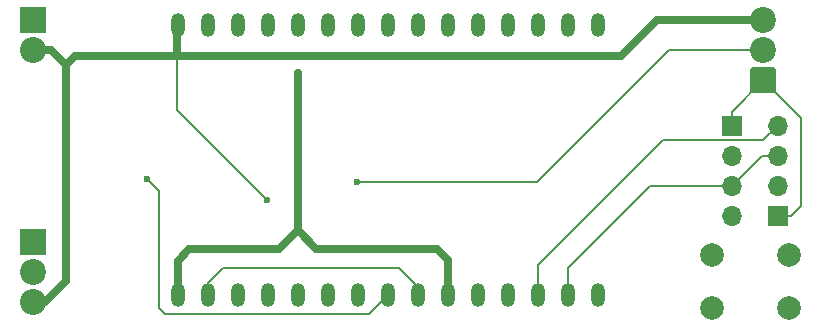
<source format=gbr>
%TF.GenerationSoftware,KiCad,Pcbnew,9.0.0*%
%TF.CreationDate,2025-03-14T11:53:48-04:00*%
%TF.ProjectId,RGB Clock Controller,52474220-436c-46f6-936b-20436f6e7472,rev?*%
%TF.SameCoordinates,Original*%
%TF.FileFunction,Copper,L2,Bot*%
%TF.FilePolarity,Positive*%
%FSLAX46Y46*%
G04 Gerber Fmt 4.6, Leading zero omitted, Abs format (unit mm)*
G04 Created by KiCad (PCBNEW 9.0.0) date 2025-03-14 11:53:48*
%MOMM*%
%LPD*%
G01*
G04 APERTURE LIST*
G04 Aperture macros list*
%AMRoundRect*
0 Rectangle with rounded corners*
0 $1 Rounding radius*
0 $2 $3 $4 $5 $6 $7 $8 $9 X,Y pos of 4 corners*
0 Add a 4 corners polygon primitive as box body*
4,1,4,$2,$3,$4,$5,$6,$7,$8,$9,$2,$3,0*
0 Add four circle primitives for the rounded corners*
1,1,$1+$1,$2,$3*
1,1,$1+$1,$4,$5*
1,1,$1+$1,$6,$7*
1,1,$1+$1,$8,$9*
0 Add four rect primitives between the rounded corners*
20,1,$1+$1,$2,$3,$4,$5,0*
20,1,$1+$1,$4,$5,$6,$7,0*
20,1,$1+$1,$6,$7,$8,$9,0*
20,1,$1+$1,$8,$9,$2,$3,0*%
G04 Aperture macros list end*
%TA.AperFunction,ComponentPad*%
%ADD10R,2.200000X2.200000*%
%TD*%
%TA.AperFunction,ComponentPad*%
%ADD11C,2.200000*%
%TD*%
%TA.AperFunction,ComponentPad*%
%ADD12R,1.700000X1.700000*%
%TD*%
%TA.AperFunction,ComponentPad*%
%ADD13O,1.700000X1.700000*%
%TD*%
%TA.AperFunction,ComponentPad*%
%ADD14RoundRect,0.249999X0.850001X-0.850001X0.850001X0.850001X-0.850001X0.850001X-0.850001X-0.850001X0*%
%TD*%
%TA.AperFunction,ComponentPad*%
%ADD15O,1.200000X2.000000*%
%TD*%
%TA.AperFunction,ComponentPad*%
%ADD16C,2.000000*%
%TD*%
%TA.AperFunction,ViaPad*%
%ADD17C,0.600000*%
%TD*%
%TA.AperFunction,Conductor*%
%ADD18C,0.200000*%
%TD*%
%TA.AperFunction,Conductor*%
%ADD19C,0.635000*%
%TD*%
G04 APERTURE END LIST*
D10*
%TO.P,J1,1,Pin_1*%
%TO.N,GND*%
X61976000Y-58420000D03*
D11*
%TO.P,J1,2,Pin_2*%
%TO.N,VCC*%
X61976000Y-60960000D03*
%TD*%
D12*
%TO.P,J3,1,Pin_1*%
%TO.N,GND*%
X125095000Y-74955400D03*
D13*
%TO.P,J3,2,Pin_2*%
%TO.N,+3V3*%
X125095000Y-72415400D03*
%TO.P,J3,3,Pin_3*%
%TO.N,Net-(A1-D1)*%
X125095000Y-69875400D03*
%TO.P,J3,4,Pin_4*%
%TO.N,Net-(A1-D2)*%
X125095000Y-67335400D03*
%TD*%
D14*
%TO.P,J5,1,Pin_1*%
%TO.N,GND*%
X123825000Y-63500000D03*
D11*
%TO.P,J5,2,Pin_2*%
%TO.N,Net-(J2-Pin_2)*%
X123825000Y-60960000D03*
%TO.P,J5,3,Pin_3*%
%TO.N,VCC*%
X123825000Y-58420000D03*
%TD*%
D15*
%TO.P,A1,1,3V3*%
%TO.N,+3V3*%
X74255000Y-81707000D03*
%TO.P,A1,2,GND*%
%TO.N,GND*%
X76795000Y-81707000D03*
%TO.P,A1,3,TX*%
%TO.N,unconnected-(A1-TX-Pad3)*%
X79335000Y-81707000D03*
%TO.P,A1,4,RX*%
%TO.N,Net-(A1-RX)*%
X81875000Y-81707000D03*
%TO.P,A1,5,D8*%
%TO.N,unconnected-(A1-D8-Pad5)*%
X84415000Y-81707000D03*
%TO.P,A1,6,D7*%
%TO.N,unconnected-(A1-D7-Pad6)*%
X86955000Y-81707000D03*
%TO.P,A1,7,D6*%
%TO.N,/~{CFG}*%
X89495000Y-81707000D03*
%TO.P,A1,8,D5*%
%TO.N,Net-(A1-D5)*%
X92035000Y-81707000D03*
%TO.P,A1,9,GND*%
%TO.N,GND*%
X94575000Y-81707000D03*
%TO.P,A1,10,3V3*%
%TO.N,+3V3*%
X97115000Y-81707000D03*
%TO.P,A1,11,D4*%
%TO.N,unconnected-(A1-D4-Pad11)*%
X99655000Y-81707000D03*
%TO.P,A1,12,D3*%
%TO.N,unconnected-(A1-D3-Pad12)*%
X102195000Y-81707000D03*
%TO.P,A1,13,D2*%
%TO.N,Net-(A1-D2)*%
X104735000Y-81707000D03*
%TO.P,A1,14,D1*%
%TO.N,Net-(A1-D1)*%
X107275000Y-81707000D03*
%TO.P,A1,15,D0*%
%TO.N,unconnected-(A1-D0-Pad15)*%
X109815000Y-81707000D03*
%TO.P,A1,16,A0*%
%TO.N,unconnected-(A1-A0-Pad16)*%
X109815000Y-58847000D03*
%TO.P,A1,17*%
%TO.N,N/C*%
X107275000Y-58847000D03*
%TO.P,A1,18*%
X104735000Y-58847000D03*
%TO.P,A1,19,SD3*%
%TO.N,unconnected-(A1-SD3-Pad19)*%
X102195000Y-58847000D03*
%TO.P,A1,20,SD2*%
%TO.N,unconnected-(A1-SD2-Pad20)*%
X99655000Y-58847000D03*
%TO.P,A1,21,SD1*%
%TO.N,unconnected-(A1-SD1-Pad21)*%
X97115000Y-58847000D03*
%TO.P,A1,22,CMD*%
%TO.N,unconnected-(A1-CMD-Pad22)*%
X94575000Y-58847000D03*
%TO.P,A1,23,SD0*%
%TO.N,unconnected-(A1-SD0-Pad23)*%
X92035000Y-58847000D03*
%TO.P,A1,24,CLK*%
%TO.N,unconnected-(A1-CLK-Pad24)*%
X89495000Y-58847000D03*
%TO.P,A1,25,GND*%
%TO.N,GND*%
X86955000Y-58847000D03*
%TO.P,A1,26,3V3*%
%TO.N,+3V3*%
X84415000Y-58847000D03*
%TO.P,A1,27,EN*%
%TO.N,unconnected-(A1-EN-Pad27)*%
X81875000Y-58847000D03*
%TO.P,A1,28,~{RST}*%
%TO.N,unconnected-(A1-~{RST}-Pad28)*%
X79335000Y-58847000D03*
%TO.P,A1,29,GND*%
%TO.N,GND*%
X76795000Y-58847000D03*
%TO.P,A1,30,V+*%
%TO.N,VCC*%
X74255000Y-58847000D03*
%TD*%
D12*
%TO.P,U1,1,GND*%
%TO.N,GND*%
X121158000Y-67360800D03*
D13*
%TO.P,U1,2,VCC*%
%TO.N,+3V3*%
X121158000Y-69900800D03*
%TO.P,U1,3,SCL*%
%TO.N,Net-(A1-D1)*%
X121158000Y-72440800D03*
%TO.P,U1,4,SDA*%
%TO.N,Net-(A1-D2)*%
X121158000Y-74980800D03*
%TD*%
D16*
%TO.P,SW3,1,1*%
%TO.N,/~{CFG}*%
X125984000Y-82804000D03*
X119484000Y-82804000D03*
%TO.P,SW3,2,2*%
%TO.N,GND*%
X125984000Y-78304000D03*
X119484000Y-78304000D03*
%TD*%
D10*
%TO.P,J2,1,Pin_1*%
%TO.N,GND*%
X61976000Y-77216000D03*
D11*
%TO.P,J2,2,Pin_2*%
%TO.N,Net-(J2-Pin_2)*%
X61976000Y-79756000D03*
%TO.P,J2,3,Pin_3*%
%TO.N,VCC*%
X61976000Y-82296000D03*
%TD*%
D17*
%TO.N,VCC*%
X81788000Y-73660000D03*
%TO.N,Net-(J2-Pin_2)*%
X89408000Y-72136000D03*
%TO.N,Net-(A1-D5)*%
X71628000Y-71882000D03*
%TO.N,+3V3*%
X84415000Y-62905000D03*
X84415000Y-64008000D03*
X84415000Y-65024000D03*
%TD*%
D18*
%TO.N,Net-(J2-Pin_2)*%
X123825000Y-60960000D02*
X115824000Y-60960000D01*
X115824000Y-60960000D02*
X104648000Y-72136000D01*
X104648000Y-72136000D02*
X89408000Y-72136000D01*
%TO.N,GND*%
X121158000Y-67360800D02*
X121158000Y-66167000D01*
X76795000Y-80685000D02*
X78105000Y-79375000D01*
X127000000Y-66675000D02*
X123825000Y-63500000D01*
X121158000Y-66167000D02*
X123825000Y-63500000D01*
X127000000Y-74168000D02*
X127000000Y-66675000D01*
X78105000Y-79375000D02*
X92964000Y-79375000D01*
X125095000Y-74955400D02*
X126212600Y-74955400D01*
X92964000Y-79375000D02*
X94575000Y-80986000D01*
X76795000Y-81707000D02*
X76795000Y-80685000D01*
X126212600Y-74955400D02*
X127000000Y-74168000D01*
D19*
%TO.N,VCC*%
X64770000Y-64516000D02*
X64770000Y-80518000D01*
X74168000Y-59944000D02*
X74168000Y-61468000D01*
D18*
X81788000Y-73660000D02*
X74168000Y-66040000D01*
D19*
X91694000Y-61468000D02*
X111760000Y-61468000D01*
D18*
X74168000Y-66040000D02*
X74168000Y-61468000D01*
D19*
X75184000Y-61468000D02*
X74168000Y-61468000D01*
X77724000Y-61468000D02*
X75184000Y-61468000D01*
X61976000Y-60960000D02*
X63500000Y-60960000D01*
X114808000Y-58420000D02*
X123825000Y-58420000D01*
X111760000Y-61468000D02*
X114808000Y-58420000D01*
X63500000Y-60960000D02*
X64770000Y-62230000D01*
X74168000Y-61468000D02*
X72136000Y-61468000D01*
X74168000Y-58934000D02*
X74168000Y-59944000D01*
X77724000Y-61468000D02*
X91694000Y-61468000D01*
X72136000Y-61468000D02*
X65532000Y-61468000D01*
X64770000Y-64516000D02*
X64770000Y-62738000D01*
X62992000Y-82296000D02*
X61976000Y-82296000D01*
X64770000Y-64516000D02*
X64770000Y-62230000D01*
X64770000Y-80518000D02*
X62992000Y-82296000D01*
X64770000Y-62230000D02*
X65532000Y-61468000D01*
D18*
%TO.N,Net-(A1-D5)*%
X92035000Y-81707000D02*
X90430000Y-83312000D01*
X72644000Y-82804000D02*
X72644000Y-72898000D01*
X73152000Y-83312000D02*
X72644000Y-82804000D01*
X90430000Y-83312000D02*
X73152000Y-83312000D01*
X71628000Y-71882000D02*
X72644000Y-72898000D01*
D19*
%TO.N,+3V3*%
X97115000Y-81707000D02*
X97115000Y-78700000D01*
X84415000Y-76200000D02*
X84415000Y-64008000D01*
X75247500Y-77787500D02*
X82827500Y-77787500D01*
X86002500Y-77787500D02*
X84415000Y-76200000D01*
X74255000Y-78780000D02*
X75247500Y-77787500D01*
X97115000Y-78700000D02*
X96202500Y-77787500D01*
X74255000Y-81707000D02*
X74255000Y-78780000D01*
X86002500Y-77787500D02*
X96202500Y-77787500D01*
X82827500Y-77787500D02*
X84415000Y-76200000D01*
X84415000Y-63500000D02*
X84415000Y-62905000D01*
X84415000Y-64008000D02*
X84415000Y-63500000D01*
D18*
%TO.N,Net-(A1-D2)*%
X104735000Y-81707000D02*
X104735000Y-79161000D01*
X104735000Y-79161000D02*
X115316000Y-68580000D01*
X123850400Y-68580000D02*
X125095000Y-67335400D01*
X115316000Y-68580000D02*
X123850400Y-68580000D01*
%TO.N,Net-(A1-D1)*%
X123723400Y-69875400D02*
X121158000Y-72440800D01*
X125095000Y-69875400D02*
X123723400Y-69875400D01*
X114249200Y-72440800D02*
X113665000Y-73025000D01*
X121158000Y-72440800D02*
X114249200Y-72440800D01*
X107275000Y-79415000D02*
X113665000Y-73025000D01*
X107275000Y-81707000D02*
X107275000Y-79415000D01*
%TD*%
M02*

</source>
